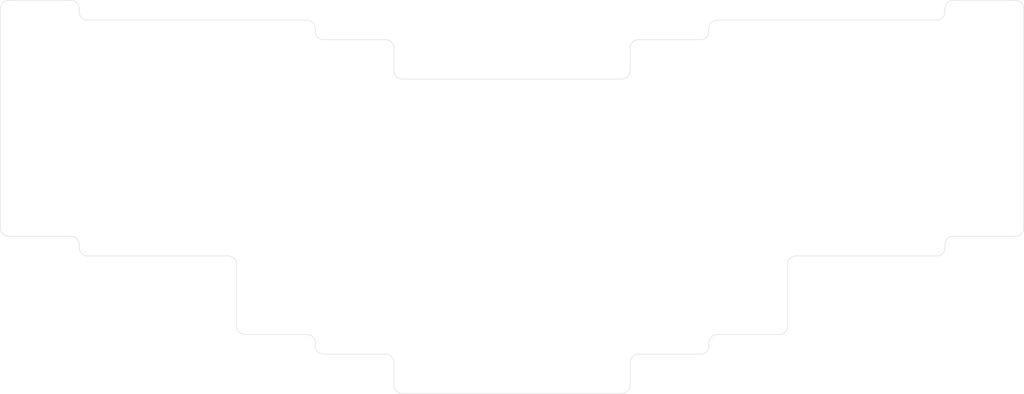
<source format=kicad_pcb>
(kicad_pcb (version 20221018) (generator pcbnew)
  (layers (0 "F.Cu" signal) (31 "B.Cu" signal) (34 "B.Paste" user) (35 "F.Paste" user) (36 "B.SilkS" user "B.Silkscreen") (37 "F.SilkS" user "F.Silkscreen") (38 "B.Mask" user) (39 "F.Mask" user) (44 "Edge.Cuts" user))
  (net 0 "")
  (net 1 "GND")
  (footprint "kbd:thread_m2" (layer "F.Cu") (at 252.4125 61.9125)
    (fp_text reference "Ref**" hide)
    (fp_text value "Val**" hide)
    (pad "" np_thru_hole circle (at 0 0) (size 2.3 2.3) (drill 2.3) (layers "*.Cu" "*.Mask"))
  )
  (footprint "kbd:thread_m2" (layer "F.Cu") (at 176.2125 45.24375)
    (fp_text reference "Ref**" hide)
    (fp_text value "Val**" hide)
    (pad "" np_thru_hole circle (at 0 0) (size 2.3 2.3) (drill 2.3) (layers "*.Cu" "*.Mask"))
  )
  (footprint "kbd:thread_m2" (layer "F.Cu") (at 176.2125 101.203125)
    (fp_text reference "Ref**" hide)
    (fp_text value "Val**" hide)
    (pad "" np_thru_hole circle (at 0 0) (size 2.3 2.3) (drill 2.3) (layers "*.Cu" "*.Mask"))
  )
  (footprint "kbd:thread_m2" (layer "F.Cu") (at 42.8625 42.8625)
    (fp_text reference "Ref**" hide)
    (fp_text value "Val**" hide)
    (pad "" np_thru_hole circle (at 0 0) (size 2.3 2.3) (drill 2.3) (layers "*.Cu" "*.Mask"))
  )
  (footprint "kbd:thread_m2" (layer "F.Cu") (at 42.8625 61.9125)
    (fp_text reference "Ref**" hide)
    (fp_text value "Val**" hide)
    (pad "" np_thru_hole circle (at 0 0) (size 2.3 2.3) (drill 2.3) (layers "*.Cu" "*.Mask"))
  )
  (footprint "kbd:thread_m2" (layer "F.Cu") (at 80.9625 66.675)
    (fp_text reference "Ref**" hide)
    (fp_text value "Val**" hide)
    (pad "" np_thru_hole circle (at 0 0) (size 2.3 2.3) (drill 2.3) (layers "*.Cu" "*.Mask"))
  )
  (footprint "kbd:thread_m2" (layer "F.Cu") (at 214.3125 66.675)
    (fp_text reference "Ref**" hide)
    (fp_text value "Val**" hide)
    (pad "" np_thru_hole circle (at 0 0) (size 2.3 2.3) (drill 2.3) (layers "*.Cu" "*.Mask"))
  )
  (footprint "kbd:thread_m2" (layer "F.Cu") (at 252.4125 42.8625)
    (fp_text reference "Ref**" hide)
    (fp_text value "Val**" hide)
    (pad "" np_thru_hole circle (at 0 0) (size 2.3 2.3) (drill 2.3) (layers "*.Cu" "*.Mask"))
  )
  (footprint "kbd:thread_m2" (layer "F.Cu") (at 119.0625 45.24375)
    (fp_text reference "Ref**" hide)
    (fp_text value "Val**" hide)
    (pad "" np_thru_hole circle (at 0 0) (size 2.3 2.3) (drill 2.3) (layers "*.Cu" "*.Mask"))
  )
  (footprint "kbd:thread_m2" (layer "F.Cu") (at 119.0625 101.203125)
    (fp_text reference "Ref**" hide)
    (fp_text value "Val**" hide)
    (pad "" np_thru_hole circle (at 0 0) (size 2.3 2.3) (drill 2.3) (layers "*.Cu" "*.Mask"))
  )
  (gr_line (start 269.4625 80.9625) (end 254.4125 80.9625) (stroke (width 0.1)) (layer "Edge.Cuts"))
  (gr_line (start 176.2125 40.8625) (end 176.2125 35.3375) (stroke (width 0.1)) (layer "Edge.Cuts"))
  (gr_line (start 250.4125 85.725) (end 216.3125 85.725) (stroke (width 0.1)) (layer "Edge.Cuts"))
  (gr_line (start 121.0625 42.8625) (end 174.2125 42.8625) (stroke (width 0.1)) (layer "Edge.Cuts"))
  (gr_line (start 176.2125 111.5375) (end 176.2125 117.0625) (stroke (width 0.1)) (layer "Edge.Cuts"))
  (gr_arc (start 176.2125 111.5375) (mid 176.798286 110.123286) (end 178.2125 109.5375) (stroke (width 0.1)) (layer "Edge.Cuts"))
  (gr_arc (start 269.4625 23.8125) (mid 270.876714 24.398286) (end 271.4625 25.8125) (stroke (width 0.1)) (layer "Edge.Cuts"))
  (gr_line (start 212.3125 104.775) (end 197.2625 104.775) (stroke (width 0.1)) (layer "Edge.Cuts"))
  (gr_line (start 25.8125 23.8125) (end 40.8625 23.8125) (stroke (width 0.1)) (layer "Edge.Cuts"))
  (gr_arc (start 195.2625 107.5375) (mid 194.676714 108.951714) (end 193.2625 109.5375) (stroke (width 0.1)) (layer "Edge.Cuts"))
  (gr_arc (start 195.2625 30.575) (mid 195.848286 29.160786) (end 197.2625 28.575) (stroke (width 0.1)) (layer "Edge.Cuts"))
  (gr_line (start 174.2125 119.0625) (end 121.0625 119.0625) (stroke (width 0.1)) (layer "Edge.Cuts"))
  (gr_arc (start 121.0625 42.8625) (mid 119.648286 42.276714) (end 119.0625 40.8625) (stroke (width 0.1)) (layer "Edge.Cuts"))
  (gr_arc (start 102.0125 109.5375) (mid 100.598286 108.951714) (end 100.0125 107.5375) (stroke (width 0.1)) (layer "Edge.Cuts"))
  (gr_line (start 80.9625 102.775) (end 80.9625 87.725) (stroke (width 0.1)) (layer "Edge.Cuts"))
  (gr_arc (start 117.0625 109.5375) (mid 118.476714 110.123286) (end 119.0625 111.5375) (stroke (width 0.1)) (layer "Edge.Cuts"))
  (gr_line (start 119.0625 117.0625) (end 119.0625 111.5375) (stroke (width 0.1)) (layer "Edge.Cuts"))
  (gr_line (start 252.4125 82.9625) (end 252.4125 83.725) (stroke (width 0.1)) (layer "Edge.Cuts"))
  (gr_arc (start 195.2625 106.775) (mid 195.848286 105.360786) (end 197.2625 104.775) (stroke (width 0.1)) (layer "Edge.Cuts"))
  (gr_line (start 195.2625 31.3375) (end 195.2625 30.575) (stroke (width 0.1)) (layer "Edge.Cuts"))
  (gr_arc (start 214.3125 87.725) (mid 214.898286 86.310786) (end 216.3125 85.725) (stroke (width 0.1)) (layer "Edge.Cuts"))
  (gr_arc (start 117.0625 33.3375) (mid 118.476714 33.923286) (end 119.0625 35.3375) (stroke (width 0.1)) (layer "Edge.Cuts"))
  (gr_line (start 23.8125 78.9625) (end 23.8125 25.8125) (stroke (width 0.1)) (layer "Edge.Cuts"))
  (gr_arc (start 98.0125 28.575) (mid 99.426714 29.160786) (end 100.0125 30.575) (stroke (width 0.1)) (layer "Edge.Cuts"))
  (gr_arc (start 98.0125 104.775) (mid 99.426714 105.360786) (end 100.0125 106.775) (stroke (width 0.1)) (layer "Edge.Cuts"))
  (gr_line (start 42.8625 25.8125) (end 42.8625 26.575) (stroke (width 0.1)) (layer "Edge.Cuts"))
  (gr_arc (start 195.2625 31.3375) (mid 194.676714 32.751714) (end 193.2625 33.3375) (stroke (width 0.1)) (layer "Edge.Cuts"))
  (gr_line (start 117.0625 109.5375) (end 102.0125 109.5375) (stroke (width 0.1)) (layer "Edge.Cuts"))
  (gr_arc (start 252.4125 25.8125) (mid 252.998286 24.398286) (end 254.4125 23.8125) (stroke (width 0.1)) (layer "Edge.Cuts"))
  (gr_arc (start 176.2125 117.0625) (mid 175.626714 118.476714) (end 174.2125 119.0625) (stroke (width 0.1)) (layer "Edge.Cuts"))
  (gr_line (start 100.0125 107.5375) (end 100.0125 106.775) (stroke (width 0.1)) (layer "Edge.Cuts"))
  (gr_line (start 214.3125 87.725) (end 214.3125 102.775) (stroke (width 0.1)) (layer "Edge.Cuts"))
  (gr_line (start 271.4625 25.8125) (end 271.4625 78.9625) (stroke (width 0.1)) (layer "Edge.Cuts"))
  (gr_line (start 102.0125 33.3375) (end 117.0625 33.3375) (stroke (width 0.1)) (layer "Edge.Cuts"))
  (gr_line (start 119.0625 35.3375) (end 119.0625 40.8625) (stroke (width 0.1)) (layer "Edge.Cuts"))
  (gr_arc (start 78.9625 85.725) (mid 80.376714 86.310786) (end 80.9625 87.725) (stroke (width 0.1)) (layer "Edge.Cuts"))
  (gr_arc (start 44.8625 28.575) (mid 43.448286 27.989214) (end 42.8625 26.575) (stroke (width 0.1)) (layer "Edge.Cuts"))
  (gr_line (start 40.8625 80.9625) (end 25.8125 80.9625) (stroke (width 0.1)) (layer "Edge.Cuts"))
  (gr_arc (start 121.0625 119.0625) (mid 119.648286 118.476714) (end 119.0625 117.0625) (stroke (width 0.1)) (layer "Edge.Cuts"))
  (gr_arc (start 23.8125 25.8125) (mid 24.398286 24.398286) (end 25.8125 23.8125) (stroke (width 0.1)) (layer "Edge.Cuts"))
  (gr_arc (start 214.3125 102.775) (mid 213.726714 104.189214) (end 212.3125 104.775) (stroke (width 0.1)) (layer "Edge.Cuts"))
  (gr_arc (start 252.4125 83.725) (mid 251.826714 85.139214) (end 250.4125 85.725) (stroke (width 0.1)) (layer "Edge.Cuts"))
  (gr_arc (start 102.0125 33.3375) (mid 100.598286 32.751714) (end 100.0125 31.3375) (stroke (width 0.1)) (layer "Edge.Cuts"))
  (gr_line (start 178.2125 33.3375) (end 193.2625 33.3375) (stroke (width 0.1)) (layer "Edge.Cuts"))
  (gr_line (start 193.2625 109.5375) (end 178.2125 109.5375) (stroke (width 0.1)) (layer "Edge.Cuts"))
  (gr_arc (start 252.4125 82.9625) (mid 252.998286 81.548286) (end 254.4125 80.9625) (stroke (width 0.1)) (layer "Edge.Cuts"))
  (gr_line (start 78.9625 85.725) (end 44.8625 85.725) (stroke (width 0.1)) (layer "Edge.Cuts"))
  (gr_arc (start 40.8625 80.9625) (mid 42.276714 81.548286) (end 42.8625 82.9625) (stroke (width 0.1)) (layer "Edge.Cuts"))
  (gr_arc (start 176.2125 40.8625) (mid 175.626714 42.276714) (end 174.2125 42.8625) (stroke (width 0.1)) (layer "Edge.Cuts"))
  (gr_line (start 195.2625 106.775) (end 195.2625 107.5375) (stroke (width 0.1)) (layer "Edge.Cuts"))
  (gr_arc (start 176.2125 35.3375) (mid 176.798286 33.923286) (end 178.2125 33.3375) (stroke (width 0.1)) (layer "Edge.Cuts"))
  (gr_line (start 42.8625 83.725) (end 42.8625 82.9625) (stroke (width 0.1)) (layer "Edge.Cuts"))
  (gr_line (start 44.8625 28.575) (end 98.0125 28.575) (stroke (width 0.1)) (layer "Edge.Cuts"))
  (gr_arc (start 271.4625 78.9625) (mid 270.876714 80.376714) (end 269.4625 80.9625) (stroke (width 0.1)) (layer "Edge.Cuts"))
  (gr_arc (start 252.4125 26.575) (mid 251.826714 27.989214) (end 250.4125 28.575) (stroke (width 0.1)) (layer "Edge.Cuts"))
  (gr_arc (start 25.8125 80.9625) (mid 24.398286 80.376714) (end 23.8125 78.9625) (stroke (width 0.1)) (layer "Edge.Cuts"))
  (gr_line (start 252.4125 26.575) (end 252.4125 25.8125) (stroke (width 0.1)) (layer "Edge.Cuts"))
  (gr_line (start 100.0125 30.575) (end 100.0125 31.3375) (stroke (width 0.1)) (layer "Edge.Cuts"))
  (gr_arc (start 82.9625 104.775) (mid 81.548286 104.189214) (end 80.9625 102.775) (stroke (width 0.1)) (layer "Edge.Cuts"))
  (gr_line (start 197.2625 28.575) (end 250.4125 28.575) (stroke (width 0.1)) (layer "Edge.Cuts"))
  (gr_line (start 98.0125 104.775) (end 82.9625 104.775) (stroke (width 0.1)) (layer "Edge.Cuts"))
  (gr_line (start 254.4125 23.8125) (end 269.4625 23.8125) (stroke (width 0.1)) (layer "Edge.Cuts"))
  (gr_arc (start 44.8625 85.725) (mid 43.448286 85.139214) (end 42.8625 83.725) (stroke (width 0.1)) (layer "Edge.Cuts"))
  (gr_arc (start 40.8625 23.8125) (mid 42.276714 24.398286) (end 42.8625 25.8125) (stroke (width 0.1)) (layer "Edge.Cuts"))
)
</source>
